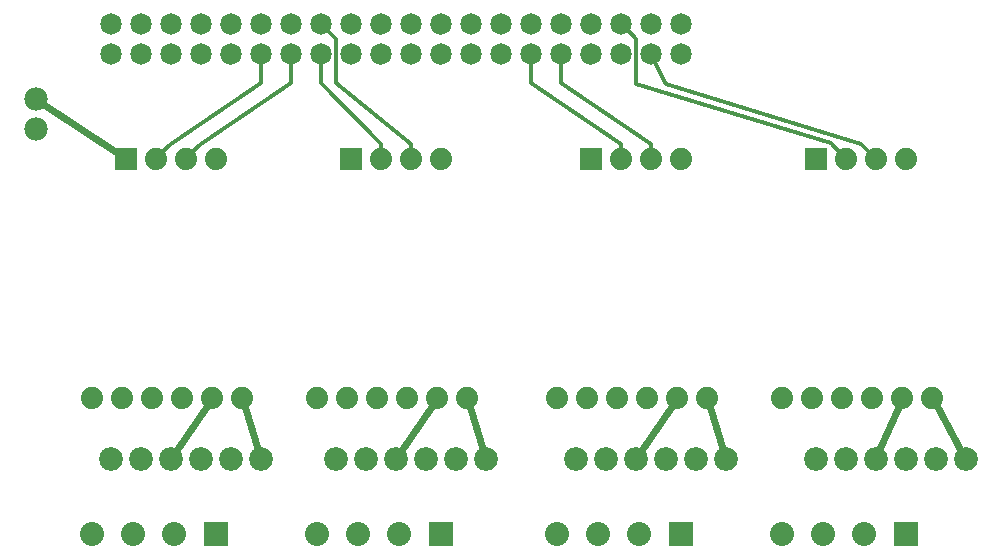
<source format=gtl>
G04 MADE WITH FRITZING*
G04 WWW.FRITZING.ORG*
G04 DOUBLE SIDED*
G04 HOLES PLATED*
G04 CONTOUR ON CENTER OF CONTOUR VECTOR*
%ASAXBY*%
%FSLAX23Y23*%
%MOIN*%
%OFA0B0*%
%SFA1.0B1.0*%
%ADD10C,0.079370*%
%ADD11C,0.080000*%
%ADD12C,0.078000*%
%ADD13C,0.071889*%
%ADD14C,0.071917*%
%ADD15C,0.074000*%
%ADD16R,0.080000X0.080000*%
%ADD17R,0.074000X0.074000*%
%ADD18C,0.024000*%
%ADD19C,0.012000*%
%LNCOPPER1*%
G90*
G70*
G54D10*
X2993Y688D03*
X3093Y688D03*
X3193Y688D03*
X2693Y688D03*
X2793Y688D03*
X2893Y688D03*
X2193Y688D03*
X2293Y688D03*
X2393Y688D03*
X1893Y688D03*
X1993Y688D03*
X2093Y688D03*
X1393Y688D03*
X1493Y688D03*
X1593Y688D03*
X1093Y688D03*
X1193Y688D03*
X1293Y688D03*
X643Y688D03*
X743Y688D03*
X843Y688D03*
X343Y688D03*
X443Y688D03*
X543Y688D03*
G54D11*
X693Y438D03*
X556Y438D03*
X418Y438D03*
X280Y438D03*
X2993Y438D03*
X2856Y438D03*
X2718Y438D03*
X2580Y438D03*
X1443Y438D03*
X1306Y438D03*
X1168Y438D03*
X1030Y438D03*
X2243Y438D03*
X2106Y438D03*
X1968Y438D03*
X1830Y438D03*
G54D12*
X93Y1888D03*
X93Y1788D03*
G54D13*
X343Y2038D03*
X443Y2038D03*
X543Y2038D03*
X643Y2038D03*
G54D14*
X743Y2038D03*
G54D13*
X843Y2038D03*
X943Y2038D03*
X1043Y2038D03*
X1143Y2038D03*
G54D14*
X1243Y2038D03*
G54D13*
X1343Y2038D03*
G54D14*
X1443Y2038D03*
G54D13*
X1543Y2038D03*
X1643Y2038D03*
X1743Y2038D03*
X1843Y2038D03*
G54D14*
X1943Y2038D03*
G54D13*
X2043Y2038D03*
X2143Y2038D03*
X2243Y2038D03*
X2243Y2138D03*
X2143Y2138D03*
X2043Y2138D03*
G54D14*
X1943Y2138D03*
G54D13*
X1843Y2138D03*
X1743Y2138D03*
X1643Y2138D03*
X1543Y2138D03*
G54D14*
X1443Y2138D03*
G54D13*
X1343Y2138D03*
G54D14*
X1243Y2138D03*
G54D13*
X1143Y2138D03*
X1043Y2138D03*
X943Y2138D03*
X843Y2138D03*
G54D14*
X743Y2138D03*
G54D13*
X643Y2138D03*
X543Y2138D03*
X443Y2138D03*
X343Y2138D03*
G54D15*
X393Y1688D03*
X493Y1688D03*
X593Y1688D03*
X693Y1688D03*
X782Y890D03*
X682Y890D03*
X582Y890D03*
X482Y890D03*
X382Y890D03*
X282Y890D03*
X1143Y1688D03*
X1243Y1688D03*
X1343Y1688D03*
X1443Y1688D03*
X1532Y890D03*
X1432Y890D03*
X1332Y890D03*
X1232Y890D03*
X1132Y890D03*
X1032Y890D03*
X1943Y1688D03*
X2043Y1688D03*
X2143Y1688D03*
X2243Y1688D03*
X2332Y890D03*
X2232Y890D03*
X2132Y890D03*
X2032Y890D03*
X1932Y890D03*
X1832Y890D03*
X2693Y1688D03*
X2793Y1688D03*
X2893Y1688D03*
X2993Y1688D03*
X3082Y890D03*
X2982Y890D03*
X2882Y890D03*
X2782Y890D03*
X2682Y890D03*
X2582Y890D03*
G54D16*
X693Y438D03*
X2993Y438D03*
X1443Y438D03*
X2243Y438D03*
G54D17*
X393Y1688D03*
X1143Y1688D03*
X1943Y1688D03*
X2693Y1688D03*
G54D18*
X360Y1711D02*
X118Y1871D01*
G54D19*
D02*
X944Y1939D02*
X944Y2010D01*
D02*
X643Y1737D02*
X944Y1939D01*
D02*
X612Y1706D02*
X643Y1737D01*
D02*
X843Y2010D02*
X843Y1939D01*
D02*
X843Y1939D02*
X544Y1737D01*
D02*
X544Y1737D02*
X512Y1706D01*
D02*
X1043Y1939D02*
X1043Y2010D01*
D02*
X1245Y1737D02*
X1043Y1939D01*
D02*
X1244Y1714D02*
X1245Y1737D01*
D02*
X1344Y1737D02*
X1344Y1714D01*
D02*
X1093Y1939D02*
X1344Y1737D01*
D02*
X1093Y2088D02*
X1093Y1939D01*
D02*
X1063Y2118D02*
X1093Y2088D01*
D02*
X2144Y1737D02*
X2144Y1714D01*
D02*
X1843Y2010D02*
X1843Y1939D01*
D02*
X1843Y1939D02*
X2144Y1737D01*
D02*
X2045Y1737D02*
X1744Y1939D01*
D02*
X1744Y1939D02*
X1744Y2010D01*
D02*
X2044Y1714D02*
X2045Y1737D01*
G54D18*
D02*
X561Y713D02*
X665Y865D01*
D02*
X791Y861D02*
X835Y718D01*
D02*
X1585Y718D02*
X1541Y861D01*
D02*
X2385Y718D02*
X2341Y861D01*
G54D19*
D02*
X2844Y1738D02*
X2194Y1937D01*
D02*
X2194Y1937D02*
X2156Y2013D01*
D02*
X2875Y1706D02*
X2844Y1738D01*
D02*
X2093Y2088D02*
X2093Y1937D01*
D02*
X2063Y2119D02*
X2093Y2088D01*
D02*
X2093Y1937D02*
X2743Y1739D01*
D02*
X2743Y1739D02*
X2775Y1706D01*
G54D18*
D02*
X3097Y863D02*
X3179Y715D01*
D02*
X2970Y862D02*
X2906Y716D01*
D02*
X1311Y713D02*
X1415Y865D01*
D02*
X2111Y713D02*
X2215Y865D01*
G04 End of Copper1*
M02*
</source>
